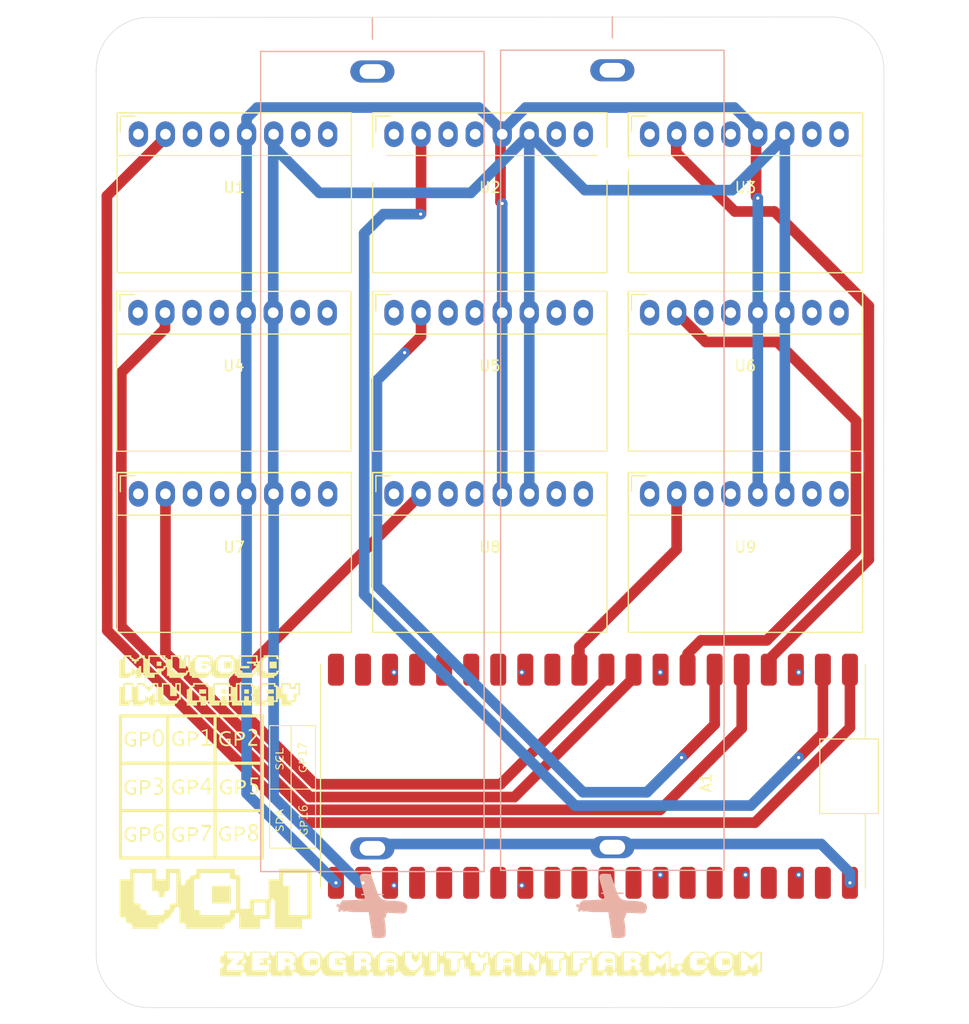
<source format=kicad_pcb>
(kicad_pcb (version 20240108) (generator "pcbnew") (generator_version "8.0")
  (layers (0 "F.Cu" signal) (1 "In1.Cu" power) (2 "In2.Cu" power) (31 "B.Cu" signal) (34 "B.Paste" user) (35 "F.Paste" user) (36 "B.SilkS" user "B.Silkscreen") (37 "F.SilkS" user "F.Silkscreen") (38 "B.Mask" user) (39 "F.Mask" user) (44 "Edge.Cuts" user))
  (net 0 "")
  (net 5 "MPU1")
  (net 7 "SDA")
  (net 9 "MPU5")
  (net 10 "GND")
  (net 16 "MPU6")
  (net 19 "MPU2")
  (net 21 "SCL")
  (net 25 "3v3")
  (net 28 "MPU3")
  (net 29 "MPU4")
  (net 30 "MPU7")
  (net 31 "MPU8")
  (net 32 "MPU9")
  (net 60 "BATT+")
  (footprint "PCM_SL_Breakout_Boards:MPU6050_Breakout" (layer "F.Cu") (at 152 73.25)
    (property "Reference" "U7" (at 9 5 0) (layer "F.SilkS"))
    (property "Value" "MPU6050")
    (pad "1" thru_hole oval (at 0 0) (size 1.8 2.4) (drill 1) (layers "*.Cu" "*.Mask"))
    (pad "2" thru_hole oval (at 2.54 0) (size 1.8 2.4) (drill 1) (layers "*.Cu" "*.Mask") (net 30 "MPU7"))
    (pad "3" thru_hole oval (at 5.08 0) (size 1.8 2.4) (drill 1) (layers "*.Cu" "*.Mask"))
    (pad "4" thru_hole oval (at 7.62 0) (size 1.8 2.4) (drill 1) (layers "*.Cu" "*.Mask"))
    (pad "5" thru_hole oval (at 10.16 0) (size 1.8 2.4) (drill 1) (layers "*.Cu" "*.Mask") (net 7 "SDA"))
    (pad "6" thru_hole oval (at 12.7 0) (size 1.8 2.4) (drill 1) (layers "*.Cu" "*.Mask") (net 21 "SCL"))
    (pad "7" thru_hole oval (at 15.24 0) (size 1.8 2.4) (drill 1) (layers "*.Cu" "*.Mask") (net 10 "GND"))
    (pad "8" thru_hole oval (at 17.78 0) (size 1.8 2.4) (drill 1) (layers "*.Cu" "*.Mask") (net 25 "3v3"))
  )
  (footprint "MountingHole:MountingHole_3.2mm_M3" (layer "F.Cu") (at 217 116.5)
    (property "Reference" "H3")
    (property "Value" "MountingHole_M3")
    (pad "" np_thru_hole circle (at 0 0) (size 3.2 3.2) (drill 3.2) (layers "*.Cu" "*.Mask"))
  )
  (footprint "LOGO" (layer "F.Cu") (at 186.75 117.25)
    (property "Reference" "G***")
    (property "Value" "LOGO" (hide yes))
  )
  (footprint "LOGO" (layer "F.Cu") (at 166.5 100.045489 90)
    (property "Reference" "G***")
    (property "Value" "LOGO" (hide yes))
  )
  (footprint "MountingHole:MountingHole_3.2mm_M3" (layer "F.Cu") (at 152.5 33)
    (property "Reference" "H1")
    (property "Value" "MountingHole_M3")
    (pad "" np_thru_hole circle (at 0 0) (size 3.2 3.2) (drill 3.2) (layers "*.Cu" "*.Mask"))
  )
  (footprint "PCM_SL_Breakout_Boards:MPU6050_Breakout" (layer "F.Cu") (at 200 73.25)
    (property "Reference" "U9" (at 9 5 0) (layer "F.SilkS"))
    (property "Value" "MPU6050")
    (pad "1" thru_hole oval (at 0 0) (size 1.8 2.4) (drill 1) (layers "*.Cu" "*.Mask"))
    (pad "2" thru_hole oval (at 2.54 0) (size 1.8 2.4) (drill 1) (layers "*.Cu" "*.Mask") (net 32 "MPU9"))
    (pad "3" thru_hole oval (at 5.08 0) (size 1.8 2.4) (drill 1) (layers "*.Cu" "*.Mask"))
    (pad "4" thru_hole oval (at 7.62 0) (size 1.8 2.4) (drill 1) (layers "*.Cu" "*.Mask"))
    (pad "5" thru_hole oval (at 10.16 0) (size 1.8 2.4) (drill 1) (layers "*.Cu" "*.Mask") (net 7 "SDA"))
    (pad "6" thru_hole oval (at 12.7 0) (size 1.8 2.4) (drill 1) (layers "*.Cu" "*.Mask") (net 21 "SCL"))
    (pad "7" thru_hole oval (at 15.24 0) (size 1.8 2.4) (drill 1) (layers "*.Cu" "*.Mask") (net 10 "GND"))
    (pad "8" thru_hole oval (at 17.78 0) (size 1.8 2.4) (drill 1) (layers "*.Cu" "*.Mask") (net 25 "3v3"))
  )
  (footprint "LOGO" (layer "F.Cu") (at 160 91)
    (property "Reference" "G***")
    (property "Value" "LOGO" (hide yes))
  )
  (footprint "PCM_SL_Breakout_Boards:MPU6050_Breakout" (layer "F.Cu") (at 176 39.5)
    (property "Reference" "U2" (at 9 5 0) (layer "F.SilkS"))
    (property "Value" "MPU6050")
    (pad "1" thru_hole oval (at 0 0) (size 1.8 2.4) (drill 1) (layers "*.Cu" "*.Mask"))
    (pad "2" thru_hole oval (at 2.54 0) (size 1.8 2.4) (drill 1) (layers "*.Cu" "*.Mask") (net 19 "MPU2"))
    (pad "3" thru_hole oval (at 5.08 0) (size 1.8 2.4) (drill 1) (layers "*.Cu" "*.Mask"))
    (pad "4" thru_hole oval (at 7.62 0) (size 1.8 2.4) (drill 1) (layers "*.Cu" "*.Mask"))
    (pad "5" thru_hole oval (at 10.16 0) (size 1.8 2.4) (drill 1) (layers "*.Cu" "*.Mask") (net 7 "SDA"))
    (pad "6" thru_hole oval (at 12.7 0) (size 1.8 2.4) (drill 1) (layers "*.Cu" "*.Mask") (net 21 "SCL"))
    (pad "7" thru_hole oval (at 15.24 0) (size 1.8 2.4) (drill 1) (layers "*.Cu" "*.Mask") (net 10 "GND"))
    (pad "8" thru_hole oval (at 17.78 0) (size 1.8 2.4) (drill 1) (layers "*.Cu" "*.Mask") (net 25 "3v3"))
  )
  (footprint "PCM_SL_Breakout_Boards:MPU6050_Breakout" (layer "F.Cu") (at 200 39.5)
    (property "Reference" "U3" (at 9 5 0) (layer "F.SilkS"))
    (property "Value" "MPU6050")
    (pad "1" thru_hole oval (at 0 0) (size 1.8 2.4) (drill 1) (layers "*.Cu" "*.Mask"))
    (pad "2" thru_hole oval (at 2.54 0) (size 1.8 2.4) (drill 1) (layers "*.Cu" "*.Mask") (net 28 "MPU3"))
    (pad "3" thru_hole oval (at 5.08 0) (size 1.8 2.4) (drill 1) (layers "*.Cu" "*.Mask"))
    (pad "4" thru_hole oval (at 7.62 0) (size 1.8 2.4) (drill 1) (layers "*.Cu" "*.Mask"))
    (pad "5" thru_hole oval (at 10.16 0) (size 1.8 2.4) (drill 1) (layers "*.Cu" "*.Mask") (net 7 "SDA"))
    (pad "6" thru_hole oval (at 12.7 0) (size 1.8 2.4) (drill 1) (layers "*.Cu" "*.Mask") (net 21 "SCL"))
    (pad "7" thru_hole oval (at 15.24 0) (size 1.8 2.4) (drill 1) (layers "*.Cu" "*.Mask") (net 10 "GND"))
    (pad "8" thru_hole oval (at 17.78 0) (size 1.8 2.4) (drill 1) (layers "*.Cu" "*.Mask") (net 25 "3v3"))
  )
  (footprint "PCM_SL_Breakout_Boards:MPU6050_Breakout" (layer "F.Cu") (at 176 56.25)
    (property "Reference" "U5" (at 9 5 0) (layer "F.SilkS"))
    (property "Value" "MPU6050")
    (pad "1" thru_hole oval (at 0 0) (size 1.8 2.4) (drill 1) (layers "*.Cu" "*.Mask"))
    (pad "2" thru_hole oval (at 2.54 0) (size 1.8 2.4) (drill 1) (layers "*.Cu" "*.Mask") (net 9 "MPU5"))
    (pad "3" thru_hole oval (at 5.08 0) (size 1.8 2.4) (drill 1) (layers "*.Cu" "*.Mask"))
    (pad "4" thru_hole oval (at 7.62 0) (size 1.8 2.4) (drill 1) (layers "*.Cu" "*.Mask"))
    (pad "5" thru_hole oval (at 10.16 0) (size 1.8 2.4) (drill 1) (layers "*.Cu" "*.Mask") (net 7 "SDA"))
    (pad "6" thru_hole oval (at 12.7 0) (size 1.8 2.4) (drill 1) (layers "*.Cu" "*.Mask") (net 21 "SCL"))
    (pad "7" thru_hole oval (at 15.24 0) (size 1.8 2.4) (drill 1) (layers "*.Cu" "*.Mask") (net 10 "GND"))
    (pad "8" thru_hole oval (at 17.78 0) (size 1.8 2.4) (drill 1) (layers "*.Cu" "*.Mask") (net 25 "3v3"))
  )
  (footprint "PCM_SL_Breakout_Boards:MPU6050_Breakout" (layer "F.Cu") (at 200 56.25)
    (property "Reference" "U6" (at 9 5 0) (layer "F.SilkS"))
    (property "Value" "MPU6050")
    (pad "1" thru_hole oval (at 0 0) (size 1.8 2.4) (drill 1) (layers "*.Cu" "*.Mask"))
    (pad "2" thru_hole oval (at 2.54 0) (size 1.8 2.4) (drill 1) (layers "*.Cu" "*.Mask") (net 16 "MPU6"))
    (pad "3" thru_hole oval (at 5.08 0) (size 1.8 2.4) (drill 1) (layers "*.Cu" "*.Mask"))
    (pad "4" thru_hole oval (at 7.62 0) (size 1.8 2.4) (drill 1) (layers "*.Cu" "*.Mask"))
    (pad "5" thru_hole oval (at 10.16 0) (size 1.8 2.4) (drill 1) (layers "*.Cu" "*.Mask") (net 7 "SDA"))
    (pad "6" thru_hole oval (at 12.7 0) (size 1.8 2.4) (drill 1) (layers "*.Cu" "*.Mask") (net 21 "SCL"))
    (pad "7" thru_hole oval (at 15.24 0) (size 1.8 2.4) (drill 1) (layers "*.Cu" "*.Mask") (net 10 "GND"))
    (pad "8" thru_hole oval (at 17.78 0) (size 1.8 2.4) (drill 1) (layers "*.Cu" "*.Mask") (net 25 "3v3"))
  )
  (footprint "MountingHole:MountingHole_3.2mm_M3" (layer "F.Cu") (at 217.5 33)
    (property "Reference" "H2")
    (property "Value" "MountingHole_M3")
    (pad "" np_thru_hole circle (at 0 0) (size 3.2 3.2) (drill 3.2) (layers "*.Cu" "*.Mask"))
  )
  (footprint "PCM_SL_Breakout_Boards:MPU6050_Breakout" (layer "F.Cu") (at 151.96 56.25)
    (property "Reference" "U4" (at 9 5 0) (layer "F.SilkS"))
    (property "Value" "MPU6050")
    (pad "1" thru_hole oval (at 0 0) (size 1.8 2.4) (drill 1) (layers "*.Cu" "*.Mask"))
    (pad "2" thru_hole oval (at 2.54 0) (size 1.8 2.4) (drill 1) (layers "*.Cu" "*.Mask") (net 29 "MPU4"))
    (pad "3" thru_hole oval (at 5.08 0) (size 1.8 2.4) (drill 1) (layers "*.Cu" "*.Mask"))
    (pad "4" thru_hole oval (at 7.62 0) (size 1.8 2.4) (drill 1) (layers "*.Cu" "*.Mask"))
    (pad "5" thru_hole oval (at 10.16 0) (size 1.8 2.4) (drill 1) (layers "*.Cu" "*.Mask") (net 7 "SDA"))
    (pad "6" thru_hole oval (at 12.7 0) (size 1.8 2.4) (drill 1) (layers "*.Cu" "*.Mask") (net 21 "SCL"))
    (pad "7" thru_hole oval (at 15.24 0) (size 1.8 2.4) (drill 1) (layers "*.Cu" "*.Mask") (net 10 "GND"))
    (pad "8" thru_hole oval (at 17.78 0) (size 1.8 2.4) (drill 1) (layers "*.Cu" "*.Mask") (net 25 "3v3"))
  )
  (footprint "PCM_SL_Development_Boards:raspberry_pi_pico_SMD" (layer "F.Cu") (at 194.68 99.75 -90)
    (property "Reference" "A1" (at 0.6 -10.6 90) (layer "F.SilkS"))
    (property "Value" "Raspberry_Pi_Pico_SMD")
    (pad "1" smd roundrect (at -10 -24.13 180) (size 1.5 3) (layers "F.Cu" "F.Paste" "F.Mask") (net 5 "MPU1"))
    (pad "2" smd roundrect (at -10 -21.59 180) (size 1.5 3) (layers "F.Cu" "F.Paste" "F.Mask") (net 19 "MPU2"))
    (pad "3" smd roundrect (at -10 -19.05 180) (size 1.5 3) (layers "F.Cu" "F.Paste" "F.Mask") (net 10 "GND"))
    (pad "4" smd roundrect (at -10 -16.51 180) (size 1.5 3) (layers "F.Cu" "F.Paste" "F.Mask") (net 28 "MPU3"))
    (pad "5" smd roundrect (at -10 -13.97 180) (size 1.5 3) (layers "F.Cu" "F.Paste" "F.Mask") (net 29 "MPU4"))
    (pad "6" smd roundrect (at -10 -11.43 180) (size 1.5 3) (layers "F.Cu" "F.Paste" "F.Mask") (net 9 "MPU5"))
    (pad "7" smd roundrect (at -10 -8.89 180) (size 1.5 3) (layers "F.Cu" "F.Paste" "F.Mask") (net 16 "MPU6"))
    (pad "8" smd roundrect (at -10 -6.35 180) (size 1.5 3) (layers "F.Cu" "F.Paste" "F.Mask") (net 10 "GND"))
    (pad "9" smd roundrect (at -10 -3.81 180) (size 1.5 3) (layers "F.Cu" "F.Paste" "F.Mask") (net 30 "MPU7"))
    (pad "10" smd roundrect (at -10 -1.27 180) (size 1.5 3) (layers "F.Cu" "F.Paste" "F.Mask") (net 31 "MPU8"))
    (pad "11" smd roundrect (at -10 1.27 180) (size 1.5 3) (layers "F.Cu" "F.Paste" "F.Mask") (net 32 "MPU9"))
    (pad "12" smd roundrect (at -10 3.81 180) (size 1.5 3) (layers "F.Cu" "F.Paste" "F.Mask"))
    (pad "13" smd roundrect (at -10 6.35 180) (size 1.5 3) (layers "F.Cu" "F.Paste" "F.Mask") (net 10 "GND"))
    (pad "14" smd roundrect (at -10 8.89 180) (size 1.5 3) (layers "F.Cu" "F.Paste" "F.Mask"))
    (pad "15" smd roundrect (at -10 11.43 180) (size 1.5 3) (layers "F.Cu" "F.Paste" "F.Mask"))
    (pad "16" smd roundrect (at -10 13.97 180) (size 1.5 3) (layers "F.Cu" "F.Paste" "F.Mask"))
    (pad "17" smd roundrect (at -10 16.51 180) (size 1.5 3) (layers "F.Cu" "F.Paste" "F.Mask"))
    (pad "18" smd roundrect (at -10 19.05 180) (size 1.5 3) (layers "F.Cu" "F.Paste" "F.Mask") (net 10 "GND"))
    (pad "19" smd roundrect (at -10 21.59 180) (size 1.5 3) (layers "F.Cu" "F.Paste" "F.Mask"))
    (pad "20" smd roundrect (at -10 24.13 180) (size 1.5 3) (layers "F.Cu" "F.Paste" "F.Mask"))
    (pad "21" smd roundrect (at 10 24.13 180) (size 1.5 3) (layers "F.Cu" "F.Paste" "F.Mask") (net 7 "SDA"))
    (pad "22" smd roundrect (at 10 21.59 180) (size 1.5 3) (layers "F.Cu" "F.Paste" "F.Mask") (net 21 "SCL"))
    (pad "23" smd roundrect (at 10 19.05 180) (size 1.5 3) (layers "F.Cu" "F.Paste" "F.Mask") (net 10 "GND"))
    (pad "24" smd roundrect (at 10 16.51 180) (size 1.5 3) (layers "F.Cu" "F.Paste" "F.Mask"))
    (pad "25" smd roundrect (at 10 13.97 180) (size 1.5 3) (layers "F.Cu" "F.Paste" "F.Mask"))
    (pad "26" smd roundrect (at 10 11.43 180) (size 1.5 3) (layers "F.Cu" "F.Paste" "F.Mask"))
    (pad "27" smd roundrect (at 10 8.89 180) (size 1.5 3) (layers "F.Cu" "F.Paste" "F.Mask"))
    (pad "28" smd roundrect (at 10 6.35 180) (size 1.5 3) (layers "F.Cu" "F.Paste" "F.Mask") (net 10 "GND"))
    (pad "29" smd roundrect (at 10 3.81 180) (size 1.5 3) (layers "F.Cu" "F.Paste" "F.Mask"))
    (pad "30" smd roundrect (at 10 1.27 180) (size 1.5 3) (layers "F.Cu" "F.Paste" "F.Mask"))
    (pad "31" smd roundrect (at 10 -1.27 180) (size 1.5 3) (layers "F.Cu" "F.Paste" "F.Mask"))
    (pad "32" smd roundrect (at 10 -3.81 180) (size 1.5 3) (layers "F.Cu" "F.Paste" "F.Mask"))
    (pad "33" smd roundrect (at 10 -6.35 180) (size 1.5 3) (layers "F.Cu" "F.Paste" "F.Mask") (net 10 "GND"))
    (pad "34" smd roundrect (at 10 -8.89 180) (size 1.5 3) (layers "F.Cu" "F.Paste" "F.Mask"))
    (pad "35" smd roundrect (at 10 -11.43 180) (size 1.5 3) (layers "F.Cu" "F.Paste" "F.Mask"))
    (pad "36" smd roundrect (at 10 -13.97 180) (size 1.5 3) (layers "F.Cu" "F.Paste" "F.Mask") (net 25 "3v3"))
    (pad "37" smd roundrect (at 10 -16.51 180) (size 1.5 3) (layers "F.Cu" "F.Paste" "F.Mask"))
    (pad "38" smd roundrect (at 10 -19.05 180) (size 1.5 3) (layers "F.Cu" "F.Paste" "F.Mask") (net 10 "GND"))
    (pad "39" smd roundrect (at 10 -21.59 180) (size 1.5 3) (layers "F.Cu" "F.Paste" "F.Mask"))
    (pad "40" smd roundrect (at 10 -24.13 180) (size 1.5 3) (layers "F.Cu" "F.Paste" "F.Mask") (net 60 "BATT+"))
  )
  (footprint "PCM_SL_Breakout_Boards:MPU6050_Breakout" (layer "F.Cu") (at 152 39.5)
    (property "Reference" "U1" (at 9 5 0) (layer "F.SilkS"))
    (property "Value" "MPU6050")
    (pad "1" thru_hole oval (at 0 0) (size 1.8 2.4) (drill 1) (layers "*.Cu" "*.Mask"))
    (pad "2" thru_hole oval (at 2.54 0) (size 1.8 2.4) (drill 1) (layers "*.Cu" "*.Mask") (net 5 "MPU1"))
    (pad "3" thru_hole oval (at 5.08 0) (size 1.8 2.4) (drill 1) (layers "*.Cu" "*.Mask"))
    (pad "4" thru_hole oval (at 7.62 0) (size 1.8 2.4) (drill 1) (layers "*.Cu" "*.Mask"))
    (pad "5" thru_hole oval (at 10.16 0) (size 1.8 2.4) (drill 1) (layers "*.Cu" "*.Mask") (net 7 "SDA"))
    (pad "6" thru_hole oval (at 12.7 0) (size 1.8 2.4) (drill 1) (layers "*.Cu" "*.Mask") (net 21 "SCL"))
    (pad "7" thru_hole oval (at 15.24 0) (size 1.8 2.4) (drill 1) (layers "*.Cu" "*.Mask") (net 10 "GND"))
    (pad "8" thru_hole oval (at 17.78 0) (size 1.8 2.4) (drill 1) (layers "*.Cu" "*.Mask") (net 25 "3v3"))
  )
  (footprint "LOGO" (layer "F.Cu") (at 162.351163 112.086822)
    (property "Reference" "G***")
    (property "Value" "LOGO" (hide yes))
  )
  (footprint "PCM_SL_Breakout_Boards:MPU6050_Breakout" (layer "F.Cu") (at 176 73.25)
    (property "Reference" "U8" (at 9 5 0) (layer "F.SilkS"))
    (property "Value" "MPU6050")
    (pad "1" thru_hole oval (at 0 0) (size 1.8 2.4) (drill 1) (layers "*.Cu" "*.Mask"))
    (pad "2" thru_hole oval (at 2.54 0) (size 1.8 2.4) (drill 1) (layers "*.Cu" "*.Mask") (net 31 "MPU8"))
    (pad "3" thru_hole oval (at 5.08 0) (size 1.8 2.4) (drill 1) (layers "*.Cu" "*.Mask"))
    (pad "4" thru_hole oval (at 7.62 0) (size 1.8 2.4) (drill 1) (layers "*.Cu" "*.Mask"))
    (pad "5" thru_hole oval (at 10.16 0) (size 1.8 2.4) (drill 1) (layers "*.Cu" "*.Mask") (net 7 "SDA"))
    (pad "6" thru_hole oval (at 12.7 0) (size 1.8 2.4) (drill 1) (layers "*.Cu" "*.Mask") (net 21 "SCL"))
    (pad "7" thru_hole oval (at 15.24 0) (size 1.8 2.4) (drill 1) (layers "*.Cu" "*.Mask") (net 10 "GND"))
    (pad "8" thru_hole oval (at 17.78 0) (size 1.8 2.4) (drill 1) (layers "*.Cu" "*.Mask") (net 25 "3v3"))
  )
  (footprint "LOGO" (layer "F.Cu") (at 157 100.75)
    (property "Reference" "G***")
    (property "Value" "LOGO" (hide yes))
  )
  (footprint "MountingHole:MountingHole_3.2mm_M3" (layer "F.Cu") (at 153 117)
    (property "Reference" "H4")
    (property "Value" "MountingHole_M3")
    (pad "" np_thru_hole circle (at 0 0) (size 3.2 3.2) (drill 3.2) (layers "*.Cu" "*.Mask"))
  )
  (footprint "BK-18650-PC2:BAT_BK-18650-PC2" (layer "B.Cu") (at 173.97 70.215 90)
    (property "Reference" "BT2")
    (property "Value" "BK-18650-PC2")
    (pad "" np_thru_hole circle (at -27.805 0 90) (size 3.2 3.2) (drill 3.2) (layers "*.Cu" "*.Mask"))
    (pad "" np_thru_hole circle (at 27.81 0 90) (size 3.2 3.2) (drill 3.2) (layers "*.Cu" "*.Mask"))
    (pad "+" thru_hole oval (at -36.3 0 90) (size 2.07 4.14) (drill oval 1.38 2.4) (layers "*.Cu" "*.Mask") (net 60 "BATT+"))
    (pad "-" thru_hole oval (at 36.6 0 90) (size 2.07 4.14) (drill oval 1.38 2.4) (layers "*.Cu" "*.Mask") (net 10 "GND"))
  )
  (footprint "LOGO" (layer "B.Cu") (at 173 112.5 180)
    (property "Reference" "G***" (at 0 0 0) (layer "B.SilkS") (effects (font (size 1.5 1.5) (thickness 0.3)) (justify mirror)))
    (property "Value" "LOGO" (hide yes))
  )
  (footprint "BK-18650-PC2:BAT_BK-18650-PC2" (layer "B.Cu") (at 196.5 70.1 90)
    (property "Reference" "BT1")
    (property "Value" "BK-18650-PC2")
    (pad "" np_thru_hole circle (at -27.805 0 90) (size 3.2 3.2) (drill 3.2) (layers "*.Cu" "*.Mask"))
    (pad "" np_thru_hole circle (at 27.81 0 90) (size 3.2 3.2) (drill 3.2) (layers "*.Cu" "*.Mask"))
    (pad "+" thru_hole oval (at -36.3 0 90) (size 2.07 4.14) (drill oval 1.38 2.4) (layers "*.Cu" "*.Mask") (net 60 "BATT+"))
    (pad "-" thru_hole oval (at 36.6 0 90) (size 2.07 4.14) (drill oval 1.38 2.4) (layers "*.Cu" "*.Mask") (net 10 "GND"))
  )
  (footprint "LOGO" (layer "B.Cu") (at 195.5 112.5 180)
    (property "Reference" "G***" (at 0 0 0) (layer "B.SilkS") (effects (font (size 1.5 1.5) (thickness 0.3)) (justify mirror)))
    (property "Value" "LOGO" (hide yes))
  )
  (gr_arc (start 221.964466 116.464466) (mid 220.5 120) (end 216.964466 121.464466) (stroke (width 0.05)) (layer "Edge.Cuts"))
  (gr_line (start 222 33.5) (end 221.964466 116.464466) (stroke (width 0.05)) (layer "Edge.Cuts"))
  (gr_arc (start 148.035534 33.535534) (mid 149.5 30) (end 153.035534 28.535534) (stroke (width 0.05)) (layer "Edge.Cuts"))
  (gr_line (start 216.97 121.46) (end 153.035534 121.464466) (stroke (width 0.05)) (layer "Edge.Cuts"))
  (gr_arc (start 153.035534 121.464466) (mid 149.5 120) (end 148.035534 116.464466) (stroke (width 0.05)) (layer "Edge.Cuts"))
  (gr_line (start 148.035534 116.464466) (end 148.035534 33.535534) (stroke (width 0.05)) (layer "Edge.Cuts"))
  (gr_line (start 153.035534 28.535534) (end 217 28.5) (stroke (width 0.05)) (layer "Edge.Cuts"))
  (gr_arc (start 217 28.5) (mid 220.535534 29.964466) (end 222 33.5) (stroke (width 0.05)) (layer "Edge.Cuts"))
  (segment (start 149.040473 45.299527) (end 149.078731 86.078731) (width 1) (layer "F.Cu") (net 5))
  (segment (start 218.81 95.19) (end 218.81 89.75) (width 1) (layer "F.Cu") (net 5))
  (segment (start 149.078731 86.078731) (end 167.1 104.1) (width 1) (layer "F.Cu") (net 5))
  (segment (start 209.9 104.1) (end 218.81 95.19) (width 1) (layer "F.Cu") (net 5))
  (segment (start 154.54 39.8) (end 149.040473 45.299527) (width 1) (layer "F.Cu") (net 5))
  (segment (start 154.54 39.5) (end 154.54 39.8) (width 1) (layer "F.Cu") (net 5))
  (segment (start 167.1 104.1) (end 209.9 104.1) (width 1) (layer "F.Cu") (net 5))
  (segment (start 186.16 46) (end 186 45.84) (width 1) (layer "F.Cu") (net 7))
  (segment (start 210 39.66) (end 210.16 39.5) (width 1) (layer "F.Cu") (net 7))
  (segment (start 210 45.34) (end 210 39.66) (width 1) (layer "F.Cu") (net 7))
  (segment (start 210.16 45.5) (end 210 45.34) (width 1) (layer "F.Cu") (net 7))
  (segment (start 186 45.84) (end 186 39.66) (width 1) (layer "F.Cu") (net 7))
  (segment (start 186 39.66) (end 186.16 39.5) (width 1) (layer "F.Cu") (net 7))
  (via (at 210.16 45.5) (size 0.6) (drill 0.3) (layers "F.Cu" "B.Cu") (net 7))
  (via (at 170.55 109.75) (size 0.6) (drill 0.3) (layers "F.Cu" "B.Cu") (net 7))
  (via (at 186.16 46) (size 0.6) (drill 0.3) (layers "F.Cu" "B.Cu") (net 7))
  (segment (start 186.16 39.5) (end 186.16 39.2) (width 1) (layer "B.Cu") (net 7))
  (segment (start 210.16 56.25) (end 210.16 73.25) (width 1) (layer "B.Cu") (net 7))
  (segment (start 186.16 46) (end 186.16 56.25) (width 1) (layer "B.Cu") (net 7))
  (segment (start 162.16 39.5) (end 162.16 38) (width 1) (layer "B.Cu") (net 7))
  (segment (start 210.16 39.2) (end 210.16 39.5) (width 1) (layer "B.Cu") (net 7))
  (segment (start 188.36 37) (end 207.96 37) (width 1) (layer "B.Cu") (net 7))
  (segment (start 162.16 101.36) (end 170.55 109.75) (width 1) (layer "B.Cu") (net 7))
  (segment (start 163.16 37) (end 183.96 37) (width 1) (layer "B.Cu") (net 7))
  (segment (start 186.16 39.2) (end 188.36 37) (width 1) (layer "B.Cu") (net 7))
  (segment (start 162.16 38) (end 163.16 37) (width 1) (layer "B.Cu") (net 7))
  (segment (start 207.96 37) (end 210.16 39.2) (width 1) (layer "B.Cu") (net 7))
  (segment (start 162.12 56.25) (end 162.12 73.21) (width 1) (layer "B.Cu") (net 7))
  (segment (start 162.16 56.21) (end 162.12 56.25) (width 1) (layer "B.Cu") (net 7))
  (segment (start 186.16 73.25) (end 186.16 56.25) (width 1) (layer "B.Cu") (net 7))
  (segment (start 162.16 39.5) (end 162.16 56.21) (width 1) (layer "B.Cu") (net 7))
  (segment (start 162.16 73.25) (end 162.16 101.36) (width 1) (layer "B.Cu") (net 7))
  (segment (start 162.12 73.21) (end 162.16 73.25) (width 1) (layer "B.Cu") (net 7))
  (segment (start 210.16 45.5) (end 210.16 56.25) (width 1) (layer "B.Cu") (net 7))
  (segment (start 183.96 37) (end 186.16 39.2) (width 1) (layer "B.Cu") (net 7))
  (segment (start 203 98) (end 206.11 94.89) (width 1) (layer "F.Cu") (net 9))
  (segment (start 178.54 58.46) (end 178.54 56.25) (width 1) (layer "F.Cu") (net 9))
  (segment (start 206.11 94.89) (end 206.11 89.75) (width 1) (layer "F.Cu") (net 9))
  (segment (start 177 60) (end 178.54 58.46) (width 1) (layer "F.Cu") (net 9))
  (via (at 177 60) (size 0.6) (drill 0.3) (layers "F.Cu" "B.Cu") (net 9))
  (via (at 203 98) (size 0.6) (drill 0.3) (layers "F.Cu" "B.Cu") (net 9))
  (segment (start 174.4 62.6) (end 174.4 81.9) (width 1) (layer "B.Cu") (net 9))
  (segment (start 177 60) (end 174.4 62.6) (width 1) (layer "B.Cu") (net 9))
  (segment (start 174.4 81.9) (end 193.75 101.25) (width 1) (layer "B.Cu") (net 9))
  (segment (start 193.75 101.25) (end 199.75 101.25) (width 1) (layer "B.Cu") (net 9))
  (segment (start 199.75 101.25) (end 203 98) (width 1) (layer "B.Cu") (net 9))
  (segment (start 213.73 89.75) (end 213.75 89.75) (width 1) (layer "F.Cu") (net 10))
  (segment (start 213.75 89.75) (end 214 90) (width 1) (layer "F.Cu") (net 10))
  (via (at 201 109) (size 0.6) (drill 0.3) (layers "F.Cu" "B.Cu") (net 10))
  (via (at 188 110) (size 0.6) (drill 0.3) (layers "F.Cu" "B.Cu") (net 10))
  (via (at 201 90) (size 0.6) (drill 0.3) (layers "F.Cu" "B.Cu") (net 10))
  (via (at 188 90) (size 0.6) (drill 0.3) (layers "F.Cu" "B.Cu") (net 10))
  (via (at 176 110) (size 0.6) (drill 0.3) (layers "F.Cu" "B.Cu") (net 10))
  (via (at 214 109) (size 0.6) (drill 0.3) (layers "F.Cu" "B.Cu") (net 10))
  (via (at 176 90) (size 0.6) (drill 0.3) (layers "F.Cu" "B.Cu") (net 10))
  (via (at 214 90) (size 0.6) (drill 0.3) (layers "F.Cu" "B.Cu") (net 10))
  (segment (start 211 87) (end 204.82 87) (width 1) (layer "F.Cu") (net 16))
  (segment (start 205.267258 59) (end 212 59) (width 1) (layer "F.Cu") (net 16))
  (segment (start 219.38 66.38) (end 219.38 78.62) (width 1) (layer "F.Cu") (net 16))
  (segment (start 203.57 88.25) (end 203.57 89.75) (width 1) (layer "F.Cu") (net 16))
  (segment (start 202.54 56.25) (end 202.54 56.272742) (width 1) (layer "F.Cu") (net 16))
  (segment (start 212 59) (end 219.38 66.38) (width 1) (layer "F.Cu") (net 16))
  (segment (start 202.54 56.272742) (end 205.267258 59) (width 1) (layer "F.Cu") (net 16))
  (segment (start 204.82 87) (end 203.57 88.25) (width 1) (layer "F.Cu") (net 16))
  (segment (start 219.38 78.62) (end 211 87) (width 1) (layer "F.Cu") (net 16))
  (segment (start 214 98) (end 216.27 95.73) (width 1) (layer "F.Cu") (net 19))
  (segment (start 216.27 95.73) (end 216.27 89.75) (width 1) (layer "F.Cu") (net 19))
  (segment (start 178.5 47) (end 178.54 46.96) (width 1) (layer "F.Cu") (net 19))
  (segment (start 178.54 46.96) (end 178.54 39.5) (width 1) (layer "F.Cu") (net 19))
  (via (at 178.5 47) (size 0.6) (drill 0.3) (layers "F.Cu" "B.Cu") (net 19))
  (via (at 214 98) (size 0.6) (drill 0.3) (layers "F.Cu" "B.Cu") (net 19))
  (segment (start 193 102.5) (end 209.5 102.5) (width 1) (layer "B.Cu") (net 19))
  (segment (start 173.2 82.7) (end 193 102.5) (width 1) (layer "B.Cu") (net 19))
  (segment (start 173.2 48.8) (end 173.2 82.7) (width 1) (layer "B.Cu") (net 19))
  (segment (start 178.5 47) (end 175 47) (width 1) (layer "B.Cu") (net 19))
  (segment (start 175 47) (end 173.2 48.8) (width 1) (layer "B.Cu") (net 19))
  (segment (start 209.5 102.5) (end 214 98) (width 1) (layer "B.Cu") (net 19))
  (via (at 173.09 109.75) (size 0.6) (drill 0.3) (layers "F.Cu" "B.Cu") (net 21))
  (segment (start 212.7 73.25) (end 212.7 56.25) (width 1) (layer "B.Cu") (net 21))
  (segment (start 172.75 109.75) (end 164.7 101.7) (width 1) (layer "B.Cu") (net 21))
  (segment (start 164.7 101.7) (end 164.7 73.25) (width 1) (layer "B.Cu") (net 21))
  (segment (start 173.09 109.75) (end 172.75 109.75) (width 1) (layer "B.Cu") (net 21))
  (segment (start 188.7 39.522742) (end 193.927258 44.75) (width 1) (layer "B.Cu") (net 21))
  (segment (start 164.7 72.7) (end 164.66 72.66) (width 1) (layer "B.Cu") (net 21))
  (segment (start 212.7 39.8) (end 212.7 39.5) (width 1) (layer "B.Cu") (net 21))
  (segment (start 188.7 39.5) (end 188.7 39.522742) (width 1) (layer "B.Cu") (net 21))
  (segment (start 164.66 56.25) (end 164.66 39.54) (width 1) (layer "B.Cu") (net 21))
  (segment (start 188.7 56.25) (end 188.7 73.25) (width 1) (layer "B.Cu") (net 21))
  (segment (start 164.66 39.54) (end 164.7 39.5) (width 1) (layer "B.Cu") (net 21))
  (segment (start 207.75 44.75) (end 212.7 39.8) (width 1) (layer "B.Cu") (net 21))
  (segment (start 212.7 39.5) (end 212.7 56.25) (width 1) (layer "B.Cu") (net 21))
  (segment (start 183.222742 45) (end 188.7 39.522742) (width 1) (layer "B.Cu") (net 21))
  (segment (start 164.66 72.66) (end 164.66 56.25) (width 1) (layer "B.Cu") (net 21))
  (segment (start 188.7 39.5) (end 188.7 56.25) (width 1) (layer "B.Cu") (net 21))
  (segment (start 193.927258 44.75) (end 207.75 44.75) (width 1) (layer "B.Cu") (net 21))
  (segment (start 169 45) (end 183.222742 45) (width 1) (layer "B.Cu") (net 21))
  (segment (start 164.7 40.7) (end 169 45) (width 1) (layer "B.Cu") (net 21))
  (segment (start 164.7 39.5) (end 164.7 40.7) (width 1) (layer "B.Cu") (net 21))
  (segment (start 164.7 73.25) (end 164.7 72.7) (width 1) (layer "B.Cu") (net 21))
  (via (at 209 109) (size 0.6) (drill 0.3) (layers "F.Cu" "B.Cu") (net 25))
  (segment (start 211.19 88.81) (end 211.19 89.75) (width 1) (layer "F.Cu") (net 28))
  (segment (start 211.714466 46.75) (end 220.58 55.615534) (width 1) (layer "F.Cu") (net 28))
  (segment (start 208 46.75) (end 211.714466 46.75) (width 1) (layer "F.Cu") (net 28))
  (segment (start 202.5 39.54) (end 202.5 41.25) (width 1) (layer "F.Cu") (net 28))
  (segment (start 220.58 55.615534) (end 220.58 79.42) (width 1) (layer "F.Cu") (net 28))
  (segment (start 220.58 79.42) (end 211.19 88.81) (width 1) (layer "F.Cu") (net 28))
  (segment (start 202.5 41.25) (end 208 46.75) (width 1) (layer "F.Cu") (net 28))
  (segment (start 202.54 39.5) (end 202.5 39.54) (width 1) (layer "F.Cu") (net 28))
  (segment (start 208.65 95.25) (end 201 102.9) (width 1) (layer "F.Cu") (net 29))
  (segment (start 208.65 89.75) (end 208.65 95.25) (width 1) (layer "F.Cu") (net 29))
  (segment (start 150.4 61.855901) (end 154.5 57.755901) (width 1) (layer "F.Cu") (net 29))
  (segment (start 201 102.9) (end 167.597056 102.9) (width 1) (layer "F.Cu") (net 29))
  (segment (start 154.5 57.755901) (end 154.5 56.25) (width 1) (layer "F.Cu") (net 29))
  (segment (start 167.597056 102.9) (end 150.4 85.702944) (width 1) (layer "F.Cu") (net 29))
  (segment (start 150.4 85.702944) (end 150.4 61.855901) (width 1) (layer "F.Cu") (net 29))
  (segment (start 187.3 101.7) (end 198.49 90.51) (width 1) (layer "F.Cu") (net 30))
  (segment (start 168.094112 101.7) (end 187.3 101.7) (width 1) (layer "F.Cu") (net 30))
  (segment (start 154.54 88.145888) (end 168.094112 101.7) (width 1) (layer "F.Cu") (net 30))
  (segment (start 154.54 73.25) (end 154.54 88.145888) (width 1) (layer "F.Cu") (net 30))
  (segment (start 198.49 90.51) (end 198.49 89.75) (width 1) (layer "F.Cu") (net 30))
  (segment (start 195.95 89.75) (end 195.95 90.55) (width 1) (layer "F.Cu") (net 31))
  (segment (start 178.54 73.272742) (end 178.54 73.25) (width 1) (layer "F.Cu") (net 31))
  (segment (start 186 100.5) (end 168.591168 100.5) (width 1) (layer "F.Cu") (net 31))
  (segment (start 195.95 90.55) (end 186 100.5) (width 1) (layer "F.Cu") (net 31))
  (segment (start 168.591168 100.5) (end 161 92.908832) (width 1) (layer "F.Cu") (net 31))
  (segment (start 161 92.908832) (end 161 90.812742) (width 1) (layer "F.Cu") (net 31))
  (segment (start 161 90.812742) (end 178.54 73.272742) (width 1) (layer "F.Cu") (net 31))
  (segment (start 193.41 89.75) (end 193.41 87.59) (width 1) (layer "F.Cu") (net 32))
  (segment (start 193.41 87.59) (end 202.54 78.46) (width 1) (layer "F.Cu") (net 32))
  (segment (start 202.54 78.46) (end 202.54 73.25) (width 1) (layer "F.Cu") (net 32))
  (via (at 218.81 109.75) (size 0.6) (drill 0.3) (layers "F.Cu" "B.Cu") (net 60))
  (segment (start 197.53 106.11) (end 216.11 106.11) (width 1) (layer "B.Cu") (net 60))
  (segment (start 216.11 106.11) (end 218.81 108.81) (width 1) (layer "B.Cu") (net 60))
  (segment (start 175 106.11) (end 197.53 106.11) (width 1) (layer "B.Cu") (net 60))
  (segment (start 218.81 108.81) (end 218.81 109.75) (width 1) (layer "B.Cu") (net 60))
)
</source>
